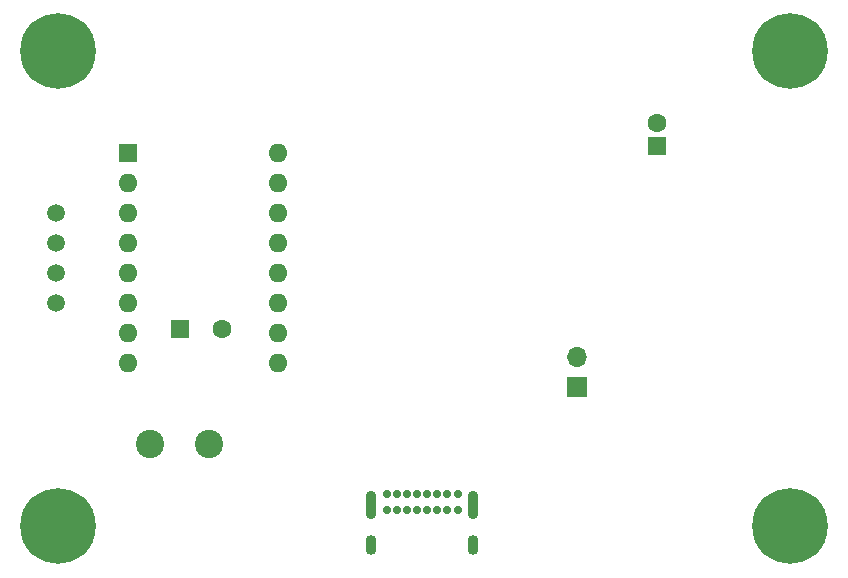
<source format=gbr>
%TF.GenerationSoftware,KiCad,Pcbnew,(6.0.2)*%
%TF.CreationDate,2022-03-05T17:56:55+01:00*%
%TF.ProjectId,PCB_stepper,5043425f-7374-4657-9070-65722e6b6963,rev?*%
%TF.SameCoordinates,Original*%
%TF.FileFunction,Soldermask,Bot*%
%TF.FilePolarity,Negative*%
%FSLAX46Y46*%
G04 Gerber Fmt 4.6, Leading zero omitted, Abs format (unit mm)*
G04 Created by KiCad (PCBNEW (6.0.2)) date 2022-03-05 17:56:55*
%MOMM*%
%LPD*%
G01*
G04 APERTURE LIST*
%ADD10C,0.800000*%
%ADD11C,6.400000*%
%ADD12C,1.508000*%
%ADD13R,1.600000X1.600000*%
%ADD14C,1.600000*%
%ADD15O,1.600000X1.600000*%
%ADD16C,2.400000*%
%ADD17R,1.700000X1.700000*%
%ADD18O,1.700000X1.700000*%
%ADD19C,0.700000*%
%ADD20O,0.900000X2.400000*%
%ADD21O,0.900000X1.700000*%
G04 APERTURE END LIST*
D10*
%TO.C,H4*%
X112250000Y-102650000D03*
D11*
X112250000Y-100250000D03*
D10*
X113947056Y-98552944D03*
X114650000Y-100250000D03*
X110552944Y-101947056D03*
X113947056Y-101947056D03*
X112250000Y-97850000D03*
X109850000Y-100250000D03*
X110552944Y-98552944D03*
%TD*%
D12*
%TO.C,J5*%
X112100000Y-73690000D03*
X112100000Y-76230000D03*
X112100000Y-78770000D03*
X112100000Y-81310000D03*
%TD*%
D10*
%TO.C,H1*%
X109850000Y-60000000D03*
X110552944Y-58302944D03*
X110552944Y-61697056D03*
X112250000Y-57600000D03*
X114650000Y-60000000D03*
X113947056Y-58302944D03*
X113947056Y-61697056D03*
D11*
X112250000Y-60000000D03*
D10*
X112250000Y-62400000D03*
%TD*%
%TO.C,H3*%
X172552944Y-101947056D03*
X175947056Y-98552944D03*
X175947056Y-101947056D03*
X174250000Y-97850000D03*
D11*
X174250000Y-100250000D03*
D10*
X171850000Y-100250000D03*
X176650000Y-100250000D03*
X172552944Y-98552944D03*
X174250000Y-102650000D03*
%TD*%
D13*
%TO.C,C15*%
X122597349Y-83500000D03*
D14*
X126097349Y-83500000D03*
%TD*%
D13*
%TO.C,A1*%
X118160000Y-68610000D03*
D15*
X118160000Y-71150000D03*
X118160000Y-73690000D03*
X118160000Y-76230000D03*
X118160000Y-78770000D03*
X118160000Y-81310000D03*
X118160000Y-83850000D03*
X118160000Y-86390000D03*
X130860000Y-86390000D03*
X130860000Y-83850000D03*
X130860000Y-81310000D03*
X130860000Y-78770000D03*
X130860000Y-76230000D03*
X130860000Y-73690000D03*
X130860000Y-71150000D03*
X130860000Y-68610000D03*
%TD*%
D16*
%TO.C,J4*%
X120000000Y-93250000D03*
X125000000Y-93250000D03*
%TD*%
D17*
%TO.C,JP1*%
X156200000Y-88475000D03*
D18*
X156200000Y-85935000D03*
%TD*%
D10*
%TO.C,H2*%
X176650000Y-60000000D03*
X175947056Y-58302944D03*
X174250000Y-62400000D03*
X171850000Y-60000000D03*
D11*
X174250000Y-60000000D03*
D10*
X174250000Y-57600000D03*
X175947056Y-61697056D03*
X172552944Y-61697056D03*
X172552944Y-58302944D03*
%TD*%
D13*
%TO.C,C14*%
X163000000Y-68055113D03*
D14*
X163000000Y-66055113D03*
%TD*%
D19*
%TO.C,J1*%
X146075000Y-97475000D03*
X145225000Y-97475000D03*
X144375000Y-97475000D03*
X143525000Y-97475000D03*
X142675000Y-97475000D03*
X141825000Y-97475000D03*
X140975000Y-97475000D03*
X140125000Y-97475000D03*
X140125000Y-98825000D03*
X140975000Y-98825000D03*
X141825000Y-98825000D03*
X142675000Y-98825000D03*
X143525000Y-98825000D03*
X144375000Y-98825000D03*
X145225000Y-98825000D03*
X146075000Y-98825000D03*
D20*
X138775000Y-98455000D03*
D21*
X138775000Y-101835000D03*
D20*
X147425000Y-98455000D03*
D21*
X147425000Y-101835000D03*
%TD*%
M02*

</source>
